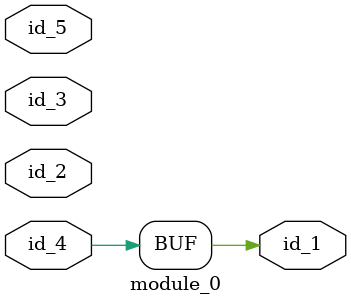
<source format=v>
`timescale 1 ps / 1 ps
module module_0 (
    id_1,
    id_2,
    id_3,
    id_4,
    id_5
);
  input id_5;
  input id_4;
  inout id_3;
  inout id_2;
  output id_1;
  assign id_1 = id_4;
endmodule

</source>
